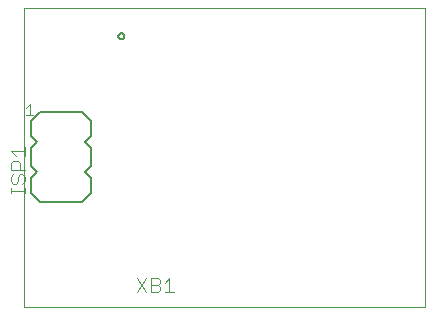
<source format=gto>
G75*
G70*
%OFA0B0*%
%FSLAX24Y24*%
%IPPOS*%
%LPD*%
%AMOC8*
5,1,8,0,0,1.08239X$1,22.5*
%
%ADD10C,0.0000*%
%ADD11C,0.0050*%
%ADD12C,0.0040*%
%ADD13C,0.0030*%
D10*
X000717Y006913D02*
X000717Y016909D01*
X014087Y016909D01*
X014087Y006913D01*
X000717Y006913D01*
D11*
X001267Y010413D02*
X000967Y010713D01*
X000967Y011213D01*
X001167Y011413D01*
X000967Y011613D01*
X000967Y012213D01*
X001167Y012413D01*
X000967Y012613D01*
X000967Y013113D01*
X001267Y013413D01*
X002667Y013413D01*
X002967Y013113D01*
X002967Y012613D01*
X002767Y012413D01*
X002967Y012213D01*
X002967Y011613D01*
X002767Y011413D01*
X002967Y011213D01*
X002967Y010713D01*
X002667Y010413D01*
X001267Y010413D01*
X003867Y015956D02*
X003869Y015976D01*
X003875Y015994D01*
X003884Y016012D01*
X003896Y016027D01*
X003911Y016039D01*
X003929Y016048D01*
X003947Y016054D01*
X003967Y016056D01*
X003987Y016054D01*
X004005Y016048D01*
X004023Y016039D01*
X004038Y016027D01*
X004050Y016012D01*
X004059Y015994D01*
X004065Y015976D01*
X004067Y015956D01*
X004065Y015936D01*
X004059Y015918D01*
X004050Y015900D01*
X004038Y015885D01*
X004023Y015873D01*
X004005Y015864D01*
X003987Y015858D01*
X003967Y015856D01*
X003947Y015858D01*
X003929Y015864D01*
X003911Y015873D01*
X003896Y015885D01*
X003884Y015900D01*
X003875Y015918D01*
X003869Y015936D01*
X003867Y015956D01*
D12*
X000747Y012268D02*
X000747Y011961D01*
X000747Y012114D02*
X000286Y012114D01*
X000440Y011961D01*
X000516Y011807D02*
X000593Y011731D01*
X000593Y011500D01*
X000593Y011347D02*
X000516Y011270D01*
X000516Y011117D01*
X000440Y011040D01*
X000363Y011040D01*
X000286Y011117D01*
X000286Y011270D01*
X000363Y011347D01*
X000286Y011500D02*
X000286Y011731D01*
X000363Y011807D01*
X000516Y011807D01*
X000286Y011500D02*
X000747Y011500D01*
X000670Y011347D02*
X000747Y011270D01*
X000747Y011117D01*
X000670Y011040D01*
X000747Y010886D02*
X000747Y010733D01*
X000747Y010810D02*
X000286Y010810D01*
X000286Y010886D02*
X000286Y010733D01*
X000593Y011347D02*
X000670Y011347D01*
X004487Y007893D02*
X004794Y007433D01*
X004947Y007433D02*
X005177Y007433D01*
X005254Y007510D01*
X005254Y007586D01*
X005177Y007663D01*
X004947Y007663D01*
X004947Y007433D02*
X004947Y007893D01*
X005177Y007893D01*
X005254Y007817D01*
X005254Y007740D01*
X005177Y007663D01*
X005407Y007740D02*
X005561Y007893D01*
X005561Y007433D01*
X005714Y007433D02*
X005407Y007433D01*
X004794Y007893D02*
X004487Y007433D01*
D13*
X001029Y013328D02*
X000782Y013328D01*
X000905Y013328D02*
X000905Y013698D01*
X000782Y013575D01*
M02*

</source>
